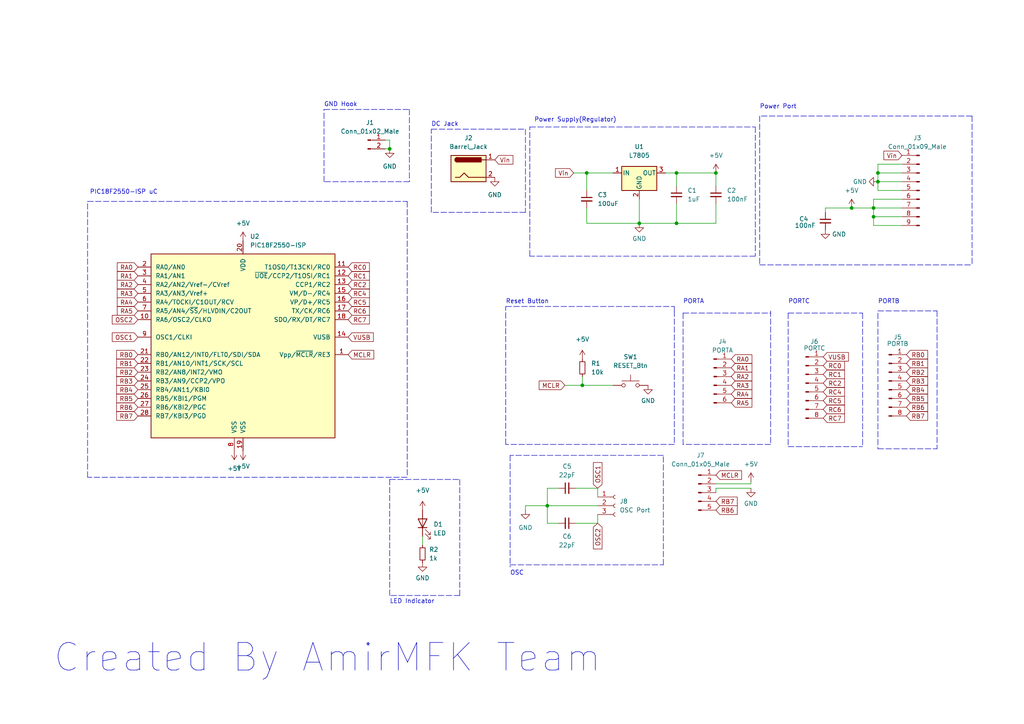
<source format=kicad_sch>
(kicad_sch (version 20211123) (generator eeschema)
  (paper "A4")
  (title_block (title "PIC Microcontroller Board") (company "AmirMFK Team"))
  (lib_symbols
    (symbol "Connector:Barrel_Jack" (pin_names (offset 1.016))
      (property "Reference" "J" (at 0 5.334 0))
      (property "Value" "Barrel_Jack" (at 0 -5.08 0))
      (symbol "Barrel_Jack_0_1"
        (rectangle (start -5.08 3.81) (end 5.08 -3.81) (stroke (width 0.254)) (fill (type background)))
        (arc (start -3.302 3.175) (mid -3.937 2.54) (end -3.302 1.905) (stroke (width 0.254)))
        (arc (start -3.302 3.175) (mid -3.937 2.54) (end -3.302 1.905) (stroke (width 0.254)) (fill (type outline)))
        (polyline (pts (xy 5.08 2.54) (xy 3.81 2.54)) (stroke (width 0.254)))
        (polyline (pts (xy -3.81 -2.54) (xy -2.54 -2.54) (xy -1.27 -1.27) (xy 0 -2.54) (xy 2.54 -2.54) (xy 5.08 -2.54)) (stroke (width 0.254)))
        (rectangle (start 3.683 3.175) (end -3.302 1.905) (stroke (width 0.254)) (fill (type outline)))
      )
      (symbol "Barrel_Jack_1_1"
        (pin passive line (at 7.62 2.54 180) (length 2.54) (name "~") (number "1"))
        (pin passive line (at 7.62 -2.54 180) (length 2.54) (name "~") (number "2"))
      )
    )
    (symbol "Connector:Conn_01x02_Male" (pin_names (offset 1.016) hide)
      (property "Reference" "J" (at 0 2.54 0))
      (property "Value" "Conn_01x02_Male" (at 0 -5.08 0))
      (symbol "Conn_01x02_Male_1_1"
        (polyline (pts (xy 1.27 -2.54) (xy 0.8636 -2.54)) (stroke (width 0.1524)))
        (polyline (pts (xy 1.27 0) (xy 0.8636 0)) (stroke (width 0.1524)))
        (rectangle (start 0.8636 -2.413) (end 0 -2.667) (stroke (width 0.1524)) (fill (type outline)))
        (rectangle (start 0.8636 0.127) (end 0 -0.127) (stroke (width 0.1524)) (fill (type outline)))
        (pin passive line (at 5.08 0 180) (length 3.81) (name "Pin_1") (number "1"))
        (pin passive line (at 5.08 -2.54 180) (length 3.81) (name "Pin_2") (number "2"))
      )
    )
    (symbol "Connector:Conn_01x03_Female" (pin_names (offset 1.016) hide)
      (property "Reference" "J" (at 0 5.08 0))
      (property "Value" "Conn_01x03_Female" (at 0 -5.08 0))
      (symbol "Conn_01x03_Female_1_1"
        (arc (start 0 -2.032) (mid -0.508 -2.54) (end 0 -3.048) (stroke (width 0.1524)))
        (polyline (pts (xy -1.27 -2.54) (xy -0.508 -2.54)) (stroke (width 0.1524)))
        (polyline (pts (xy -1.27 0) (xy -0.508 0)) (stroke (width 0.1524)))
        (polyline (pts (xy -1.27 2.54) (xy -0.508 2.54)) (stroke (width 0.1524)))
        (arc (start 0 0.508) (mid -0.508 0) (end 0 -0.508) (stroke (width 0.1524)))
        (arc (start 0 3.048) (mid -0.508 2.54) (end 0 2.032) (stroke (width 0.1524)))
        (pin passive line (at -5.08 2.54 0) (length 3.81) (name "Pin_1") (number "1"))
        (pin passive line (at -5.08 0 0) (length 3.81) (name "Pin_2") (number "2"))
        (pin passive line (at -5.08 -2.54 0) (length 3.81) (name "Pin_3") (number "3"))
      )
    )
    (symbol "Connector:Conn_01x05_Male" (pin_names (offset 1.016) hide)
      (property "Reference" "J" (at 0 7.62 0))
      (property "Value" "Conn_01x05_Male" (at 0 -7.62 0))
      (symbol "Conn_01x05_Male_1_1"
        (polyline (pts (xy 1.27 -5.08) (xy 0.8636 -5.08)) (stroke (width 0.1524)))
        (polyline (pts (xy 1.27 -2.54) (xy 0.8636 -2.54)) (stroke (width 0.1524)))
        (polyline (pts (xy 1.27 0) (xy 0.8636 0)) (stroke (width 0.1524)))
        (polyline (pts (xy 1.27 2.54) (xy 0.8636 2.54)) (stroke (width 0.1524)))
        (polyline (pts (xy 1.27 5.08) (xy 0.8636 5.08)) (stroke (width 0.1524)))
        (rectangle (start 0.8636 -4.953) (end 0 -5.207) (stroke (width 0.1524)) (fill (type outline)))
        (rectangle (start 0.8636 -2.413) (end 0 -2.667) (stroke (width 0.1524)) (fill (type outline)))
        (rectangle (start 0.8636 0.127) (end 0 -0.127) (stroke (width 0.1524)) (fill (type outline)))
        (rectangle (start 0.8636 2.667) (end 0 2.413) (stroke (width 0.1524)) (fill (type outline)))
        (rectangle (start 0.8636 5.207) (end 0 4.953) (stroke (width 0.1524)) (fill (type outline)))
        (pin passive line (at 5.08 5.08 180) (length 3.81) (name "Pin_1") (number "1"))
        (pin passive line (at 5.08 2.54 180) (length 3.81) (name "Pin_2") (number "2"))
        (pin passive line (at 5.08 0 180) (length 3.81) (name "Pin_3") (number "3"))
        (pin passive line (at 5.08 -2.54 180) (length 3.81) (name "Pin_4") (number "4"))
        (pin passive line (at 5.08 -5.08 180) (length 3.81) (name "Pin_5") (number "5"))
      )
    )
    (symbol "Connector:Conn_01x06_Male" (pin_names (offset 1.016) hide)
      (property "Reference" "J" (at 0 7.62 0))
      (property "Value" "Conn_01x06_Male" (at 0 -10.16 0))
      (symbol "Conn_01x06_Male_1_1"
        (polyline (pts (xy 1.27 -7.62) (xy 0.8636 -7.62)) (stroke (width 0.1524)))
        (polyline (pts (xy 1.27 -5.08) (xy 0.8636 -5.08)) (stroke (width 0.1524)))
        (polyline (pts (xy 1.27 -2.54) (xy 0.8636 -2.54)) (stroke (width 0.1524)))
        (polyline (pts (xy 1.27 0) (xy 0.8636 0)) (stroke (width 0.1524)))
        (polyline (pts (xy 1.27 2.54) (xy 0.8636 2.54)) (stroke (width 0.1524)))
        (polyline (pts (xy 1.27 5.08) (xy 0.8636 5.08)) (stroke (width 0.1524)))
        (rectangle (start 0.8636 -7.493) (end 0 -7.747) (stroke (width 0.1524)) (fill (type outline)))
        (rectangle (start 0.8636 -4.953) (end 0 -5.207) (stroke (width 0.1524)) (fill (type outline)))
        (rectangle (start 0.8636 -2.413) (end 0 -2.667) (stroke (width 0.1524)) (fill (type outline)))
        (rectangle (start 0.8636 0.127) (end 0 -0.127) (stroke (width 0.1524)) (fill (type outline)))
        (rectangle (start 0.8636 2.667) (end 0 2.413) (stroke (width 0.1524)) (fill (type outline)))
        (rectangle (start 0.8636 5.207) (end 0 4.953) (stroke (width 0.1524)) (fill (type outline)))
        (pin passive line (at 5.08 5.08 180) (length 3.81) (name "Pin_1") (number "1"))
        (pin passive line (at 5.08 2.54 180) (length 3.81) (name "Pin_2") (number "2"))
        (pin passive line (at 5.08 0 180) (length 3.81) (name "Pin_3") (number "3"))
        (pin passive line (at 5.08 -2.54 180) (length 3.81) (name "Pin_4") (number "4"))
        (pin passive line (at 5.08 -5.08 180) (length 3.81) (name "Pin_5") (number "5"))
        (pin passive line (at 5.08 -7.62 180) (length 3.81) (name "Pin_6") (number "6"))
      )
    )
    (symbol "Connector:Conn_01x08_Male" (pin_names (offset 1.016) hide)
      (property "Reference" "J" (at 0 10.16 0))
      (property "Value" "Conn_01x08_Male" (at 0 -12.7 0))
      (symbol "Conn_01x08_Male_1_1"
        (polyline (pts (xy 1.27 -10.16) (xy 0.8636 -10.16)) (stroke (width 0.1524)))
        (polyline (pts (xy 1.27 -7.62) (xy 0.8636 -7.62)) (stroke (width 0.1524)))
        (polyline (pts (xy 1.27 -5.08) (xy 0.8636 -5.08)) (stroke (width 0.1524)))
        (polyline (pts (xy 1.27 -2.54) (xy 0.8636 -2.54)) (stroke (width 0.1524)))
        (polyline (pts (xy 1.27 0) (xy 0.8636 0)) (stroke (width 0.1524)))
        (polyline (pts (xy 1.27 2.54) (xy 0.8636 2.54)) (stroke (width 0.1524)))
        (polyline (pts (xy 1.27 5.08) (xy 0.8636 5.08)) (stroke (width 0.1524)))
        (polyline (pts (xy 1.27 7.62) (xy 0.8636 7.62)) (stroke (width 0.1524)))
        (rectangle (start 0.8636 -10.033) (end 0 -10.287) (stroke (width 0.1524)) (fill (type outline)))
        (rectangle (start 0.8636 -7.493) (end 0 -7.747) (stroke (width 0.1524)) (fill (type outline)))
        (rectangle (start 0.8636 -4.953) (end 0 -5.207) (stroke (width 0.1524)) (fill (type outline)))
        (rectangle (start 0.8636 -2.413) (end 0 -2.667) (stroke (width 0.1524)) (fill (type outline)))
        (rectangle (start 0.8636 0.127) (end 0 -0.127) (stroke (width 0.1524)) (fill (type outline)))
        (rectangle (start 0.8636 2.667) (end 0 2.413) (stroke (width 0.1524)) (fill (type outline)))
        (rectangle (start 0.8636 5.207) (end 0 4.953) (stroke (width 0.1524)) (fill (type outline)))
        (rectangle (start 0.8636 7.747) (end 0 7.493) (stroke (width 0.1524)) (fill (type outline)))
        (pin passive line (at 5.08 7.62 180) (length 3.81) (name "Pin_1") (number "1"))
        (pin passive line (at 5.08 5.08 180) (length 3.81) (name "Pin_2") (number "2"))
        (pin passive line (at 5.08 2.54 180) (length 3.81) (name "Pin_3") (number "3"))
        (pin passive line (at 5.08 0 180) (length 3.81) (name "Pin_4") (number "4"))
        (pin passive line (at 5.08 -2.54 180) (length 3.81) (name "Pin_5") (number "5"))
        (pin passive line (at 5.08 -5.08 180) (length 3.81) (name "Pin_6") (number "6"))
        (pin passive line (at 5.08 -7.62 180) (length 3.81) (name "Pin_7") (number "7"))
        (pin passive line (at 5.08 -10.16 180) (length 3.81) (name "Pin_8") (number "8"))
      )
    )
    (symbol "Connector:Conn_01x09_Male" (pin_names (offset 1.016) hide)
      (property "Reference" "J" (at 0 12.7 0))
      (property "Value" "Conn_01x09_Male" (at 0 -12.7 0))
      (symbol "Conn_01x09_Male_1_1"
        (polyline (pts (xy 1.27 -10.16) (xy 0.8636 -10.16)) (stroke (width 0.1524)))
        (polyline (pts (xy 1.27 -7.62) (xy 0.8636 -7.62)) (stroke (width 0.1524)))
        (polyline (pts (xy 1.27 -5.08) (xy 0.8636 -5.08)) (stroke (width 0.1524)))
        (polyline (pts (xy 1.27 -2.54) (xy 0.8636 -2.54)) (stroke (width 0.1524)))
        (polyline (pts (xy 1.27 0) (xy 0.8636 0)) (stroke (width 0.1524)))
        (polyline (pts (xy 1.27 2.54) (xy 0.8636 2.54)) (stroke (width 0.1524)))
        (polyline (pts (xy 1.27 5.08) (xy 0.8636 5.08)) (stroke (width 0.1524)))
        (polyline (pts (xy 1.27 7.62) (xy 0.8636 7.62)) (stroke (width 0.1524)))
        (polyline (pts (xy 1.27 10.16) (xy 0.8636 10.16)) (stroke (width 0.1524)))
        (rectangle (start 0.8636 -10.033) (end 0 -10.287) (stroke (width 0.1524)) (fill (type outline)))
        (rectangle (start 0.8636 -7.493) (end 0 -7.747) (stroke (width 0.1524)) (fill (type outline)))
        (rectangle (start 0.8636 -4.953) (end 0 -5.207) (stroke (width 0.1524)) (fill (type outline)))
        (rectangle (start 0.8636 -2.413) (end 0 -2.667) (stroke (width 0.1524)) (fill (type outline)))
        (rectangle (start 0.8636 0.127) (end 0 -0.127) (stroke (width 0.1524)) (fill (type outline)))
        (rectangle (start 0.8636 2.667) (end 0 2.413) (stroke (width 0.1524)) (fill (type outline)))
        (rectangle (start 0.8636 5.207) (end 0 4.953) (stroke (width 0.1524)) (fill (type outline)))
        (rectangle (start 0.8636 7.747) (end 0 7.493) (stroke (width 0.1524)) (fill (type outline)))
        (rectangle (start 0.8636 10.287) (end 0 10.033) (stroke (width 0.1524)) (fill (type outline)))
        (pin passive line (at 5.08 10.16 180) (length 3.81) (name "Pin_1") (number "1"))
        (pin passive line (at 5.08 7.62 180) (length 3.81) (name "Pin_2") (number "2"))
        (pin passive line (at 5.08 5.08 180) (length 3.81) (name "Pin_3") (number "3"))
        (pin passive line (at 5.08 2.54 180) (length 3.81) (name "Pin_4") (number "4"))
        (pin passive line (at 5.08 0 180) (length 3.81) (name "Pin_5") (number "5"))
        (pin passive line (at 5.08 -2.54 180) (length 3.81) (name "Pin_6") (number "6"))
        (pin passive line (at 5.08 -5.08 180) (length 3.81) (name "Pin_7") (number "7"))
        (pin passive line (at 5.08 -7.62 180) (length 3.81) (name "Pin_8") (number "8"))
        (pin passive line (at 5.08 -10.16 180) (length 3.81) (name "Pin_9") (number "9"))
      )
    )
    (symbol "Device:C_Small" (pin_numbers hide) (pin_names (offset 0.254) hide)
      (property "Reference" "C" (at 0.254 1.778 0))
      (property "Value" "C_Small" (at 0.254 -2.032 0))
      (symbol "C_Small_0_1"
        (polyline (pts (xy -1.524 -0.508) (xy 1.524 -0.508)) (stroke (width 0.3302)))
        (polyline (pts (xy -1.524 0.508) (xy 1.524 0.508)) (stroke (width 0.3048)))
      )
      (symbol "C_Small_1_1"
        (pin passive line (at 0 2.54 270) (length 2.032) (name "~") (number "1"))
        (pin passive line (at 0 -2.54 90) (length 2.032) (name "~") (number "2"))
      )
    )
    (symbol "Device:LED" (pin_numbers hide) (pin_names (offset 1.016) hide)
      (property "Reference" "D" (at 0 2.54 0))
      (property "Value" "LED" (at 0 -2.54 0))
      (symbol "LED_0_1"
        (polyline (pts (xy -1.27 -1.27) (xy -1.27 1.27)) (stroke (width 0.254)))
        (polyline (pts (xy -1.27 0) (xy 1.27 0)))
        (polyline (pts (xy 1.27 -1.27) (xy 1.27 1.27) (xy -1.27 0) (xy 1.27 -1.27)) (stroke (width 0.254)))
        (polyline (pts (xy -3.048 -0.762) (xy -4.572 -2.286) (xy -3.81 -2.286) (xy -4.572 -2.286) (xy -4.572 -1.524)))
        (polyline (pts (xy -1.778 -0.762) (xy -3.302 -2.286) (xy -2.54 -2.286) (xy -3.302 -2.286) (xy -3.302 -1.524)))
      )
      (symbol "LED_1_1"
        (pin passive line (at -3.81 0 0) (length 2.54) (name "K") (number "1"))
        (pin passive line (at 3.81 0 180) (length 2.54) (name "A") (number "2"))
      )
    )
    (symbol "Device:R_Small" (pin_numbers hide) (pin_names (offset 0.254) hide)
      (property "Reference" "R" (at 0.762 0.508 0))
      (property "Value" "R_Small" (at 0.762 -1.016 0))
      (symbol "R_Small_0_1"
        (rectangle (start -0.762 1.778) (end 0.762 -1.778) (stroke (width 0.2032)))
      )
      (symbol "R_Small_1_1"
        (pin passive line (at 0 2.54 270) (length 0.762) (name "~") (number "1"))
        (pin passive line (at 0 -2.54 90) (length 0.762) (name "~") (number "2"))
      )
    )
    (symbol "MCU_Microchip_PIC18:PIC18F2550-ISP" (pin_names (offset 1.27))
      (property "Reference" "U" (at -25.4 27.94 0))
      (property "Value" "PIC18F2550-ISP" (at 16.51 -27.94 0))
      (symbol "PIC18F2550-ISP_0_1"
        (rectangle (start -26.67 26.67) (end 26.67 -26.67) (stroke (width 0.254)) (fill (type background)))
      )
      (symbol "PIC18F2550-ISP_1_1"
        (pin input line (at 30.48 -2.54 180) (length 3.81) (name "Vpp/~{MCLR}/RE3") (number "1"))
        (pin output line (at -30.48 7.62 0) (length 3.81) (name "RA6/OSC2/CLKO") (number "10"))
        (pin bidirectional line (at 30.48 22.86 180) (length 3.81) (name "T1OSO/T13CKI/RC0") (number "11"))
        (pin bidirectional line (at 30.48 20.32 180) (length 3.81) (name "~{UOE}/CCP2/T1OSI/RC1") (number "12"))
        (pin bidirectional line (at 30.48 17.78 180) (length 3.81) (name "CCP1/RC2") (number "13"))
        (pin bidirectional line (at 30.48 2.54 180) (length 3.81) (name "VUSB") (number "14"))
        (pin bidirectional line (at 30.48 15.24 180) (length 3.81) (name "VM/D-/RC4") (number "15"))
        (pin bidirectional line (at 30.48 12.7 180) (length 3.81) (name "VP/D+/RC5") (number "16"))
        (pin bidirectional line (at 30.48 10.16 180) (length 3.81) (name "TX/CK/RC6") (number "17"))
        (pin bidirectional line (at 30.48 7.62 180) (length 3.81) (name "SDO/RX/DT/RC7") (number "18"))
        (pin power_in line (at 0 -30.48 90) (length 3.81) (name "VSS") (number "19"))
        (pin bidirectional line (at -30.48 22.86 0) (length 3.81) (name "RA0/AN0") (number "2"))
        (pin power_in line (at 0 30.48 270) (length 3.81) (name "VDD") (number "20"))
        (pin bidirectional line (at -30.48 -2.54 0) (length 3.81) (name "RB0/AN12/INT0/FLT0/SDI/SDA") (number "21"))
        (pin bidirectional line (at -30.48 -5.08 0) (length 3.81) (name "RB1/AN10/INT1/SCK/SCL") (number "22"))
        (pin bidirectional line (at -30.48 -7.62 0) (length 3.81) (name "RB2/AN8/INT2/VMO") (number "23"))
        (pin bidirectional line (at -30.48 -10.16 0) (length 3.81) (name "RB3/AN9/CCP2/VPO") (number "24"))
        (pin bidirectional line (at -30.48 -12.7 0) (length 3.81) (name "RB4/AN11/KBI0") (number "25"))
        (pin bidirectional line (at -30.48 -15.24 0) (length 3.81) (name "RB5/KBI1/PGM") (number "26"))
        (pin bidirectional line (at -30.48 -17.78 0) (length 3.81) (name "RB6/KBI2/PGC") (number "27"))
        (pin bidirectional line (at -30.48 -20.32 0) (length 3.81) (name "RB7/KBI3/PGD") (number "28"))
        (pin bidirectional line (at -30.48 20.32 0) (length 3.81) (name "RA1/AN1") (number "3"))
        (pin bidirectional line (at -30.48 17.78 0) (length 3.81) (name "RA2/AN2/Vref-/CVref") (number "4"))
        (pin bidirectional line (at -30.48 15.24 0) (length 3.81) (name "RA3/AN3/Vref+") (number "5"))
        (pin bidirectional line (at -30.48 12.7 0) (length 3.81) (name "RA4/T0CKI/C1OUT/RCV") (number "6"))
        (pin bidirectional line (at -30.48 10.16 0) (length 3.81) (name "RA5/AN4/~{SS}/HLVDIN/C2OUT") (number "7"))
        (pin power_in line (at -2.54 -30.48 90) (length 3.81) (name "VSS") (number "8"))
        (pin input line (at -30.48 2.54 0) (length 3.81) (name "OSC1/CLKI") (number "9"))
      )
    )
    (symbol "Regulator_Linear:L7805" (pin_names (offset 0.254))
      (property "Reference" "U" (at -3.81 3.175 0))
      (property "Value" "L7805" (at 0 3.175 0))
      (symbol "L7805_0_1"
        (rectangle (start -5.08 1.905) (end 5.08 -5.08) (stroke (width 0.254)) (fill (type background)))
      )
      (symbol "L7805_1_1"
        (pin power_in line (at -7.62 0 0) (length 2.54) (name "IN") (number "1"))
        (pin power_in line (at 0 -7.62 90) (length 2.54) (name "GND") (number "2"))
        (pin power_out line (at 7.62 0 180) (length 2.54) (name "OUT") (number "3"))
      )
    )
    (symbol "Switch:SW_Push" (pin_numbers hide) (pin_names (offset 1.016) hide)
      (property "Reference" "SW" (at 1.27 2.54 0))
      (property "Value" "SW_Push" (at 0 -1.524 0))
      (symbol "SW_Push_0_1"
        (circle (center -2.032 0) (radius 0.508))
        (polyline (pts (xy 0 1.27) (xy 0 3.048)))
        (polyline (pts (xy 2.54 1.27) (xy -2.54 1.27)))
        (circle (center 2.032 0) (radius 0.508))
        (pin passive line (at -5.08 0 0) (length 2.54) (name "1") (number "1"))
        (pin passive line (at 5.08 0 180) (length 2.54) (name "2") (number "2"))
      )
    )
    (symbol "power:+5V" (power) (pin_names (offset 0))
      (property "Value" "+5V" (at 0 3.556 0))
      (symbol "+5V_0_1"
        (polyline (pts (xy -0.762 1.27) (xy 0 2.54)))
        (polyline (pts (xy 0 0) (xy 0 2.54)))
        (polyline (pts (xy 0 2.54) (xy 0.762 1.27)))
      )
      (symbol "+5V_1_1"
        (pin power_in line (at 0 0 90) (length 0) hide (name "+5V") (number "1"))
      )
    )
    (symbol "power:GND" (power) (pin_names (offset 0))
      (property "Value" "GND" (at 0 -3.81 0))
      (symbol "GND_0_1"
        (polyline (pts (xy 0 0) (xy 0 -1.27) (xy 1.27 -1.27) (xy 0 -2.54) (xy -1.27 -1.27) (xy 0 -1.27)))
      )
      (symbol "GND_1_1"
        (pin power_in line (at 0 0 270) (length 0) hide (name "GND") (number "1"))
      )
    )
  )
  (junction (at 113.03 43.18))
  (junction (at 196.215 50.165))
  (junction (at 254.635 52.705))
  (junction (at 254.635 50.165))
  (junction (at 168.91 111.76))
  (junction (at 170.18 50.165))
  (junction (at 253.365 60.325))
  (junction (at 247.015 60.325))
  (junction (at 207.645 50.165))
  (junction (at 253.365 62.865))
  (junction (at 185.42 64.77))
  (junction (at 158.75 146.685))
  (junction (at 196.215 64.77))
  (wire (pts (xy 113.03 40.64) (xy 113.03 43.18)))
  (wire (pts (xy 173.355 141.605) (xy 167.005 141.605)))
  (wire (pts (xy 196.215 50.165) (xy 193.04 50.165)))
  (polyline (pts (xy 220.345 33.655) (xy 220.345 76.835)))
  (wire (pts (xy 253.365 65.405) (xy 253.365 62.865)))
  (polyline (pts (xy 118.745 31.75) (xy 118.745 52.705)))
  (wire (pts (xy 239.395 61.595) (xy 239.395 60.325)))
  (wire (pts (xy 166.37 50.165) (xy 170.18 50.165)))
  (polyline (pts (xy 228.6 90.805) (xy 228.6 129.54)))
  (polyline (pts (xy 113.03 172.72) (xy 113.03 139.065)))
  (wire (pts (xy 254.635 52.705) (xy 261.62 52.705)))
  (wire (pts (xy 170.18 50.165) (xy 177.8 50.165)))
  (wire (pts (xy 217.805 141.605) (xy 207.645 141.605)))
  (wire (pts (xy 254.635 52.705) (xy 254.635 55.245)))
  (polyline (pts (xy 228.6 129.54) (xy 250.19 129.54)))
  (wire (pts (xy 111.76 40.64) (xy 113.03 40.64)))
  (wire (pts (xy 247.015 60.325) (xy 253.365 60.325)))
  (wire (pts (xy 261.62 62.865) (xy 253.365 62.865)))
  (polyline (pts (xy 25.4 138.43) (xy 25.4 58.42)))
  (polyline (pts (xy 25.4 58.42) (xy 118.11 58.42)))
  (wire (pts (xy 261.62 50.165) (xy 254.635 50.165)))
  (wire (pts (xy 111.76 43.18) (xy 113.03 43.18)))
  (polyline (pts (xy 125.095 37.465) (xy 152.4 37.465)))
  (wire (pts (xy 254.635 47.625) (xy 261.62 47.625)))
  (wire (pts (xy 196.215 59.055) (xy 196.215 64.77)))
  (wire (pts (xy 254.635 47.625) (xy 254.635 50.165)))
  (polyline (pts (xy 254.635 90.805) (xy 254.635 130.175)))
  (wire (pts (xy 158.75 141.605) (xy 158.75 146.685)))
  (polyline (pts (xy 192.405 163.83) (xy 192.405 132.08)))
  (wire (pts (xy 170.18 60.325) (xy 170.18 64.77)))
  (wire (pts (xy 173.355 151.765) (xy 167.005 151.765)))
  (wire (pts (xy 207.645 53.975) (xy 207.645 50.165)))
  (polyline (pts (xy 146.685 128.905) (xy 146.685 88.9)))
  (wire (pts (xy 196.215 64.77) (xy 207.645 64.77)))
  (polyline (pts (xy 198.12 90.805) (xy 223.52 90.805)))
  (wire (pts (xy 161.925 141.605) (xy 158.75 141.605)))
  (wire (pts (xy 185.42 64.77) (xy 196.215 64.77)))
  (wire (pts (xy 253.365 60.325) (xy 261.62 60.325)))
  (polyline (pts (xy 281.94 33.655) (xy 220.345 33.655)))
  (wire (pts (xy 239.395 60.325) (xy 247.015 60.325)))
  (polyline (pts (xy 271.78 90.17) (xy 271.78 130.175)))
  (polyline (pts (xy 281.94 33.655) (xy 281.94 76.835)))
  (polyline (pts (xy 220.345 76.835) (xy 281.94 76.835)))
  (polyline (pts (xy 113.03 139.065) (xy 133.35 139.065)))
  (wire (pts (xy 253.365 57.785) (xy 253.365 60.325)))
  (polyline (pts (xy 195.58 88.9) (xy 195.58 90.17)))
  (polyline (pts (xy 153.67 74.295) (xy 153.67 36.83)))
  (polyline (pts (xy 219.075 36.83) (xy 219.075 74.295)))
  (polyline (pts (xy 118.11 138.43) (xy 25.4 138.43)))
  (polyline (pts (xy 118.745 52.705) (xy 93.98 52.705)))
  (wire (pts (xy 253.365 60.325) (xy 253.365 62.865)))
  (polyline (pts (xy 146.685 88.9) (xy 195.58 88.9)))
  (wire (pts (xy 152.4 146.685) (xy 158.75 146.685)))
  (polyline (pts (xy 93.98 52.705) (xy 93.98 31.75)))
  (polyline (pts (xy 195.58 128.905) (xy 146.685 128.905)))
  (wire (pts (xy 152.4 147.955) (xy 152.4 146.685)))
  (wire (pts (xy 122.555 155.575) (xy 122.555 158.115)))
  (wire (pts (xy 254.635 50.165) (xy 254.635 52.705)))
  (polyline (pts (xy 181.61 36.83) (xy 219.075 36.83)))
  (polyline (pts (xy 223.52 90.17) (xy 223.52 128.905)))
  (polyline (pts (xy 192.405 132.08) (xy 147.955 132.08)))
  (wire (pts (xy 173.355 149.225) (xy 173.355 151.765)))
  (wire (pts (xy 158.75 146.685) (xy 173.355 146.685)))
  (wire (pts (xy 217.805 140.335) (xy 217.805 139.7)))
  (wire (pts (xy 207.645 59.055) (xy 207.645 64.77)))
  (wire (pts (xy 261.62 57.785) (xy 253.365 57.785)))
  (wire (pts (xy 168.91 111.76) (xy 177.8 111.76)))
  (wire (pts (xy 207.645 141.605) (xy 207.645 142.875)))
  (polyline (pts (xy 152.4 37.465) (xy 152.4 61.595)))
  (polyline (pts (xy 125.095 61.595) (xy 125.095 37.465)))
  (wire (pts (xy 168.91 111.76) (xy 168.91 109.22)))
  (polyline (pts (xy 147.955 132.08) (xy 147.955 164.465)))
  (wire (pts (xy 196.215 53.975) (xy 196.215 50.165)))
  (wire (pts (xy 158.75 151.765) (xy 161.925 151.765)))
  (wire (pts (xy 207.645 50.165) (xy 196.215 50.165)))
  (wire (pts (xy 158.75 146.685) (xy 158.75 151.765)))
  (polyline (pts (xy 195.58 90.17) (xy 195.58 128.905)))
  (polyline (pts (xy 228.6 90.805) (xy 250.19 90.805)))
  (polyline (pts (xy 147.955 163.83) (xy 192.405 163.83)))
  (polyline (pts (xy 133.35 172.72) (xy 113.03 172.72)))
  (wire (pts (xy 173.355 144.145) (xy 173.355 141.605)))
  (polyline (pts (xy 93.98 31.75) (xy 118.745 31.75)))
  (wire (pts (xy 253.365 65.405) (xy 261.62 65.405)))
  (polyline (pts (xy 254.635 130.175) (xy 271.78 130.175)))
  (polyline (pts (xy 254.635 90.17) (xy 271.78 90.17)))
  (wire (pts (xy 170.18 64.77) (xy 185.42 64.77)))
  (polyline (pts (xy 250.19 90.805) (xy 250.19 129.54)))
  (wire (pts (xy 163.83 111.76) (xy 168.91 111.76)))
  (polyline (pts (xy 153.67 36.83) (xy 181.61 36.83)))
  (polyline (pts (xy 223.52 128.905) (xy 198.12 128.905)))
  (polyline (pts (xy 133.35 139.065) (xy 133.35 172.72)))
  (wire (pts (xy 261.62 55.245) (xy 254.635 55.245)))
  (polyline (pts (xy 219.075 74.295) (xy 153.67 74.295)))
  (polyline (pts (xy 118.11 58.42) (xy 118.11 137.795)))
  (wire (pts (xy 185.42 57.785) (xy 185.42 64.77)))
  (wire (pts (xy 170.18 50.165) (xy 170.18 55.245)))
  (wire (pts (xy 207.645 140.335) (xy 217.805 140.335)))
  (polyline (pts (xy 198.12 90.805) (xy 198.12 128.905)))
  (polyline (pts (xy 152.4 61.595) (xy 125.095 61.595)))
  (text "PORTB\n" (at 254.635 88.265 0) (effects (font (size 1.27 1.27)) (justify left bottom)))
  (text "Power Port\n" (at 220.345 31.75 0) (effects (font (size 1.27 1.27)) (justify left bottom)))
  (text "PIC18F2550-ISP uC" (at 26.035 56.515 0) (effects (font (size 1.27 1.27)) (justify left bottom)))
  (text "DC Jack" (at 125.095 36.83 0) (effects (font (size 1.27 1.27)) (justify left bottom)))
  (text "PORTA" (at 198.12 88.265 0) (effects (font (size 1.27 1.27)) (justify left bottom)))
  (text "GND Hook\n" (at 93.98 31.115 0) (effects (font (size 1.27 1.27)) (justify left bottom)))
  (text "Reset Button\n" (at 146.685 88.265 0) (effects (font (size 1.27 1.27)) (justify left bottom)))
  (text "Created By AmirMFK Team \n" (at 15.24 195.58 0) (effects (font (size 8 8)) (justify left bottom)))
  (text "PORTC\n" (at 228.6 88.265 0) (effects (font (size 1.27 1.27)) (justify left bottom)))
  (text "Power Supply(Regulator)" (at 154.94 35.56 0) (effects (font (size 1.27 1.27)) (justify left bottom)))
  (text "OSC\n" (at 147.955 167.005 0) (effects (font (size 1.27 1.27)) (justify left bottom)))
  (text "LED Indicator\n" (at 113.03 175.26 0) (effects (font (size 1.27 1.27)) (justify left bottom)))
  (global_label "Vin" (shape input) (at 261.62 45.085 180) (property "Intersheet References" "${INTERSHEET_REFS}" (effects hide)))
  (global_label "RB5" (shape input) (at 40.005 115.57 180) (property "Intersheet References" "${INTERSHEET_REFS}" (effects hide)))
  (global_label "RB1" (shape input) (at 262.89 105.41 0) (property "Intersheet References" "${INTERSHEET_REFS}" (effects hide)))
  (global_label "RC7" (shape input) (at 100.965 92.71 0) (property "Intersheet References" "${INTERSHEET_REFS}" (effects hide)))
  (global_label "RC2" (shape input) (at 238.76 111.125 0) (property "Intersheet References" "${INTERSHEET_REFS}" (effects hide)))
  (global_label "RB0" (shape input) (at 40.005 102.87 180) (property "Intersheet References" "${INTERSHEET_REFS}" (effects hide)))
  (global_label "OSC2" (shape input) (at 173.355 151.765 270) (property "Intersheet References" "${INTERSHEET_REFS}" (effects hide)))
  (global_label "RA2" (shape input) (at 40.005 82.55 180) (property "Intersheet References" "${INTERSHEET_REFS}" (effects hide)))
  (global_label "RC1" (shape input) (at 238.76 108.585 0) (property "Intersheet References" "${INTERSHEET_REFS}" (effects hide)))
  (global_label "RB7" (shape input) (at 207.645 145.415 0) (property "Intersheet References" "${INTERSHEET_REFS}" (effects hide)))
  (global_label "RA3" (shape input) (at 212.09 111.76 0) (property "Intersheet References" "${INTERSHEET_REFS}" (effects hide)))
  (global_label "RA1" (shape input) (at 212.09 106.68 0) (property "Intersheet References" "${INTERSHEET_REFS}" (effects hide)))
  (global_label "RB1" (shape input) (at 40.005 105.41 180) (property "Intersheet References" "${INTERSHEET_REFS}" (effects hide)))
  (global_label "RC7" (shape input) (at 238.76 121.285 0) (property "Intersheet References" "${INTERSHEET_REFS}" (effects hide)))
  (global_label "RB7" (shape input) (at 40.005 120.65 180) (property "Intersheet References" "${INTERSHEET_REFS}" (effects hide)))
  (global_label "RC4" (shape input) (at 238.76 113.665 0) (property "Intersheet References" "${INTERSHEET_REFS}" (effects hide)))
  (global_label "MCLR" (shape input) (at 100.965 102.87 0) (property "Intersheet References" "${INTERSHEET_REFS}" (effects hide)))
  (global_label "Vin" (shape input) (at 166.37 50.165 180) (property "Intersheet References" "${INTERSHEET_REFS}" (effects hide)))
  (global_label "RB0" (shape input) (at 262.89 102.87 0) (property "Intersheet References" "${INTERSHEET_REFS}" (effects hide)))
  (global_label "RA3" (shape input) (at 40.005 85.09 180) (property "Intersheet References" "${INTERSHEET_REFS}" (effects hide)))
  (global_label "RB2" (shape input) (at 40.005 107.95 180) (property "Intersheet References" "${INTERSHEET_REFS}" (effects hide)))
  (global_label "RB7" (shape input) (at 262.89 120.65 0) (property "Intersheet References" "${INTERSHEET_REFS}" (effects hide)))
  (global_label "RA4" (shape input) (at 212.09 114.3 0) (property "Intersheet References" "${INTERSHEET_REFS}" (effects hide)))
  (global_label "Vin" (shape input) (at 143.51 46.355 0) (property "Intersheet References" "${INTERSHEET_REFS}" (effects hide)))
  (global_label "RB4" (shape input) (at 262.89 113.03 0) (property "Intersheet References" "${INTERSHEET_REFS}" (effects hide)))
  (global_label "RA0" (shape input) (at 40.005 77.47 180) (property "Intersheet References" "${INTERSHEET_REFS}" (effects hide)))
  (global_label "OSC1" (shape input) (at 173.355 141.605 90) (property "Intersheet References" "${INTERSHEET_REFS}" (effects hide)))
  (global_label "RB6" (shape input) (at 262.89 118.11 0) (property "Intersheet References" "${INTERSHEET_REFS}" (effects hide)))
  (global_label "RB6" (shape input) (at 40.005 118.11 180) (property "Intersheet References" "${INTERSHEET_REFS}" (effects hide)))
  (global_label "RB3" (shape input) (at 262.89 110.49 0) (property "Intersheet References" "${INTERSHEET_REFS}" (effects hide)))
  (global_label "VUSB" (shape input) (at 100.965 97.79 0) (property "Intersheet References" "${INTERSHEET_REFS}" (effects hide)))
  (global_label "MCLR" (shape input) (at 207.645 137.795 0) (property "Intersheet References" "${INTERSHEET_REFS}" (effects hide)))
  (global_label "VUSB" (shape input) (at 238.76 103.505 0) (property "Intersheet References" "${INTERSHEET_REFS}" (effects hide)))
  (global_label "MCLR" (shape input) (at 163.83 111.76 180) (property "Intersheet References" "${INTERSHEET_REFS}" (effects hide)))
  (global_label "RC6" (shape input) (at 100.965 90.17 0) (property "Intersheet References" "${INTERSHEET_REFS}" (effects hide)))
  (global_label "RA4" (shape input) (at 40.005 87.63 180) (property "Intersheet References" "${INTERSHEET_REFS}" (effects hide)))
  (global_label "RC2" (shape input) (at 100.965 82.55 0) (property "Intersheet References" "${INTERSHEET_REFS}" (effects hide)))
  (global_label "RC5" (shape input) (at 100.965 87.63 0) (property "Intersheet References" "${INTERSHEET_REFS}" (effects hide)))
  (global_label "RC0" (shape input) (at 238.76 106.045 0) (property "Intersheet References" "${INTERSHEET_REFS}" (effects hide)))
  (global_label "RA5" (shape input) (at 40.005 90.17 180) (property "Intersheet References" "${INTERSHEET_REFS}" (effects hide)))
  (global_label "RC1" (shape input) (at 100.965 80.01 0) (property "Intersheet References" "${INTERSHEET_REFS}" (effects hide)))
  (global_label "RA1" (shape input) (at 40.005 80.01 180) (property "Intersheet References" "${INTERSHEET_REFS}" (effects hide)))
  (global_label "RB2" (shape input) (at 262.89 107.95 0) (property "Intersheet References" "${INTERSHEET_REFS}" (effects hide)))
  (global_label "RA5" (shape input) (at 212.09 116.84 0) (property "Intersheet References" "${INTERSHEET_REFS}" (effects hide)))
  (global_label "RC4" (shape input) (at 100.965 85.09 0) (property "Intersheet References" "${INTERSHEET_REFS}" (effects hide)))
  (global_label "RB5" (shape input) (at 262.89 115.57 0) (property "Intersheet References" "${INTERSHEET_REFS}" (effects hide)))
  (global_label "RB3" (shape input) (at 40.005 110.49 180) (property "Intersheet References" "${INTERSHEET_REFS}" (effects hide)))
  (global_label "RB4" (shape input) (at 40.005 113.03 180) (property "Intersheet References" "${INTERSHEET_REFS}" (effects hide)))
  (global_label "OSC2" (shape input) (at 40.005 92.71 180) (property "Intersheet References" "${INTERSHEET_REFS}" (effects hide)))
  (global_label "RB6" (shape input) (at 207.645 147.955 0) (property "Intersheet References" "${INTERSHEET_REFS}" (effects hide)))
  (global_label "RA2" (shape input) (at 212.09 109.22 0) (property "Intersheet References" "${INTERSHEET_REFS}" (effects hide)))
  (global_label "RA0" (shape input) (at 212.09 104.14 0) (property "Intersheet References" "${INTERSHEET_REFS}" (effects hide)))
  (global_label "RC6" (shape input) (at 238.76 118.745 0) (property "Intersheet References" "${INTERSHEET_REFS}" (effects hide)))
  (global_label "OSC1" (shape input) (at 40.005 97.79 180) (property "Intersheet References" "${INTERSHEET_REFS}" (effects hide)))
  (global_label "RC5" (shape input) (at 238.76 116.205 0) (property "Intersheet References" "${INTERSHEET_REFS}" (effects hide)))
  (global_label "RC0" (shape input) (at 100.965 77.47 0) (property "Intersheet References" "${INTERSHEET_REFS}" (effects hide)))
  (symbol (lib_id "power:+5V") (at 122.555 147.955 0) (unit 1)
    (property "Reference" "#PWR016" (effects hide))
    (property "Value" "+5V" (at 122.555 142.24 0))
  )
  (symbol (lib_id "power:GND") (at 217.805 141.605 0) (unit 1)
    (property "Reference" "#PWR014" (effects hide))
    (property "Value" "GND" (at 217.805 146.05 0))
  )
  (symbol (lib_id "power:+5V") (at 217.805 139.7 0) (unit 1)
    (property "Reference" "#PWR013" (effects hide))
    (property "Value" "+5V" (at 217.805 134.62 0))
  )
  (symbol (lib_id "power:GND") (at 122.555 163.195 0) (unit 1)
    (property "Reference" "#PWR017" (effects hide))
    (property "Value" "GND" (at 122.555 167.64 0))
  )
  (symbol (lib_id "Device:C_Small") (at 196.215 56.515 0) (unit 1)
    (property "Reference" "C1" (at 199.39 55.2512 0) (effects (justify left)))
    (property "Value" "1uF" (at 199.39 57.7912 0) (effects (justify left)))
    (property "Footprint" "Capacitor_THT:CP_Radial_D4.0mm_P1.50mm" (effects hide))
  )
  (symbol (lib_id "power:GND") (at 185.42 64.77 0) (unit 1)
    (property "Reference" "#PWR06" (effects hide))
    (property "Value" "GND" (at 185.42 69.215 0))
  )
  (symbol (lib_id "Device:R_Small") (at 122.555 160.655 0) (unit 1)
    (property "Reference" "R2" (at 124.46 159.3849 0) (effects (justify left)))
    (property "Value" "1k" (at 124.46 161.9249 0) (effects (justify left)))
    (property "Footprint" "Resistor_THT:R_Axial_DIN0204_L3.6mm_D1.6mm_P5.08mm_Horizontal" (effects hide))
  )
  (symbol (lib_id "power:+5V") (at 168.91 104.14 0) (unit 1)
    (property "Reference" "#PWR09" (effects hide))
    (property "Value" "+5V" (at 168.91 98.425 0))
  )
  (symbol (lib_id "Device:C_Small") (at 207.645 56.515 0) (unit 1)
    (property "Reference" "C2" (at 210.82 55.2512 0) (effects (justify left)))
    (property "Value" "100nF" (at 210.82 57.7912 0) (effects (justify left)))
    (property "Footprint" "Capacitor_THT:C_Disc_D3.0mm_W1.6mm_P2.50mm" (effects hide))
  )
  (symbol (lib_id "Regulator_Linear:L7805") (at 185.42 50.165 0) (unit 1)
    (property "Reference" "U1" (at 185.42 42.545 0))
    (property "Value" "L7805" (at 185.42 45.085 0))
    (property "Footprint" "Package_TO_SOT_THT:TO-220-2_Vertical" (effects hide))
    (property "Datasheet" "http://www.st.com/content/ccc/resource/technical/document/datasheet/41/4f/b3/b0/12/d4/47/88/CD00000444.pdf/files/CD00000444.pdf/jcr:content/translations/en.CD00000444.pdf" (effects hide))
  )
  (symbol (lib_id "power:GND") (at 113.03 43.18 0) (unit 1)
    (property "Reference" "#PWR01" (effects hide))
    (property "Value" "GND" (at 113.03 48.26 0))
  )
  (symbol (lib_id "Device:C_Small") (at 164.465 141.605 90) (unit 1)
    (property "Reference" "C5" (at 164.4713 135.255 90))
    (property "Value" "22pF" (at 164.4713 137.795 90))
    (property "Footprint" "Capacitor_THT:C_Disc_D3.0mm_W1.6mm_P2.50mm" (effects hide))
  )
  (symbol (lib_id "power:+5V") (at 247.015 60.325 0) (unit 1)
    (property "Reference" "#PWR05" (effects hide))
    (property "Value" "+5V" (at 247.015 55.245 0))
  )
  (symbol (lib_id "Device:C_Small") (at 170.18 57.785 0) (unit 1)
    (property "Reference" "C3" (at 173.355 56.5212 0) (effects (justify left)))
    (property "Value" "100uF" (at 173.355 59.0612 0) (effects (justify left)))
    (property "Footprint" "Capacitor_THT:CP_Radial_D4.0mm_P2.00mm" (effects hide))
  )
  (symbol (lib_id "Connector:Conn_01x05_Male") (at 202.565 142.875 0) (unit 1)
    (property "Reference" "J7" (at 203.2 132.08 0))
    (property "Value" "Conn_01x05_Male" (at 203.2 134.62 0))
    (property "Footprint" "Connector_PinSocket_2.54mm:PinSocket_1x05_P2.54mm_Vertical" (effects hide))
  )
  (symbol (lib_id "Device:C_Small") (at 239.395 64.135 0) (unit 1)
    (property "Reference" "C4" (at 231.775 63.5 0) (effects (justify left)))
    (property "Value" "100nF" (at 230.505 65.405 0) (effects (justify left)))
    (property "Footprint" "Capacitor_THT:C_Disc_D3.0mm_W1.6mm_P2.50mm" (effects hide))
  )
  (symbol (lib_id "Connector:Conn_01x08_Male") (at 257.81 110.49 0) (unit 1)
    (property "Reference" "J5" (at 260.35 97.79 0))
    (property "Value" "PORTB" (at 260.35 99.695 0))
    (property "Footprint" "Connector_PinSocket_2.54mm:PinSocket_1x08_P2.54mm_Vertical" (effects hide))
  )
  (symbol (lib_id "Device:LED") (at 122.555 151.765 90) (unit 1)
    (property "Reference" "D1" (at 125.73 152.0824 90) (effects (justify right)))
    (property "Value" "LED" (at 125.73 154.6224 90) (effects (justify right)))
    (property "Footprint" "LED_THT:LED_D3.0mm" (effects hide))
  )
  (symbol (lib_id "power:GND") (at 152.4 147.955 0) (unit 1)
    (property "Reference" "#PWR015" (effects hide))
    (property "Value" "GND" (at 152.4 153.035 0))
  )
  (symbol (lib_id "Connector:Barrel_Jack") (at 135.89 48.895 0) (unit 1)
    (property "Reference" "J2" (at 135.89 40.005 0))
    (property "Value" "Barrel_Jack" (at 135.89 42.545 0))
    (property "Footprint" "Connector_BarrelJack:BarrelJack_Horizontal" (effects hide))
  )
  (symbol (lib_id "Connector:Conn_01x06_Male") (at 207.01 109.22 0) (unit 1)
    (property "Reference" "J4" (at 209.55 99.06 0))
    (property "Value" "PORTA" (at 209.55 101.6 0))
    (property "Footprint" "Connector_PinSocket_2.54mm:PinSocket_1x06_P2.54mm_Vertical" (effects hide))
  )
  (symbol (lib_id "power:GND") (at 254.635 52.705 270) (unit 1)
    (property "Reference" "#PWR04" (effects hide))
    (property "Value" "GND" (at 251.46 52.7049 90) (effects (justify right)))
  )
  (symbol (lib_id "power:+5V") (at 67.945 130.81 180) (unit 1)
    (property "Reference" "#PWR0102" (effects hide))
    (property "Value" "+5V" (at 67.945 135.89 0))
  )
  (symbol (lib_id "Connector:Conn_01x09_Male") (at 266.7 55.245 0) (mirror y) (unit 1)
    (property "Reference" "J3" (at 266.065 40.005 0))
    (property "Value" "Conn_01x09_Male" (at 266.065 42.545 0))
    (property "Footprint" "Connector_PinSocket_2.54mm:PinSocket_1x09_P2.54mm_Vertical" (effects hide))
  )
  (symbol (lib_id "power:+5V") (at 70.485 69.85 0) (unit 1)
    (property "Reference" "#PWR08" (effects hide))
    (property "Value" "+5V" (at 70.485 64.77 0))
  )
  (symbol (lib_id "power:+5V") (at 70.485 130.81 180) (unit 1)
    (property "Reference" "#PWR0101" (effects hide))
    (property "Value" "+5V" (at 70.485 135.255 0))
  )
  (symbol (lib_id "power:GND") (at 143.51 51.435 0) (unit 1)
    (property "Reference" "#PWR03" (effects hide))
    (property "Value" "GND" (at 143.51 56.515 0))
  )
  (symbol (lib_id "Device:C_Small") (at 164.465 151.765 270) (unit 1)
    (property "Reference" "C6" (at 164.465 155.575 90))
    (property "Value" "22pF" (at 164.465 158.115 90))
    (property "Footprint" "Capacitor_THT:C_Disc_D3.0mm_W1.6mm_P2.50mm" (effects hide))
  )
  (symbol (lib_id "Connector:Conn_01x02_Male") (at 106.68 40.64 0) (unit 1)
    (property "Reference" "J1" (at 107.315 35.56 0))
    (property "Value" "Conn_01x02_Male" (at 107.315 38.1 0))
    (property "Footprint" "Connector_PinHeader_2.54mm:PinHeader_1x02_P2.54mm_Vertical" (effects hide))
  )
  (symbol (lib_id "power:GND") (at 239.395 66.675 0) (unit 1)
    (property "Reference" "#PWR07" (effects hide))
    (property "Value" "GND" (at 241.3 67.9449 0) (effects (justify left)))
  )
  (symbol (lib_id "Connector:Conn_01x08_Male") (at 233.68 111.125 0) (unit 1)
    (property "Reference" "J6" (at 236.22 99.06 0))
    (property "Value" "PORTC" (at 236.22 100.965 0))
    (property "Footprint" "Connector_PinSocket_2.54mm:PinSocket_1x08_P2.54mm_Vertical" (effects hide))
  )
  (symbol (lib_id "power:GND") (at 187.96 111.76 0) (unit 1)
    (property "Reference" "#PWR010" (effects hide))
    (property "Value" "GND" (at 187.96 116.205 0))
  )
  (symbol (lib_id "power:+5V") (at 207.645 50.165 0) (unit 1)
    (property "Reference" "#PWR02" (effects hide))
    (property "Value" "+5V" (at 207.645 45.085 0))
  )
  (symbol (lib_id "Connector:Conn_01x03_Female") (at 178.435 146.685 0) (unit 1)
    (property "Reference" "J8" (at 179.705 145.4149 0) (effects (justify left)))
    (property "Value" "OSC Port" (at 179.705 147.9549 0) (effects (justify left)))
    (property "Footprint" "Connector_PinSocket_2.54mm:PinSocket_1x03_P2.54mm_Vertical" (effects hide))
  )
  (symbol (lib_id "Switch:SW_Push") (at 182.88 111.76 0) (unit 1)
    (property "Reference" "SW1" (at 182.88 103.505 0))
    (property "Value" "RESET_Btn" (at 182.88 106.045 0))
    (property "Footprint" "Button_Switch_THT:SW_PUSH_6mm" (effects hide))
  )
  (symbol (lib_id "MCU_Microchip_PIC18:PIC18F2550-ISP") (at 70.485 100.33 0) (unit 1)
    (property "Reference" "U2" (at 72.5044 68.58 0) (effects (justify left)))
    (property "Value" "PIC18F2550-ISP" (at 72.5044 71.12 0) (effects (justify left)))
    (property "Footprint" "Package_DIP:DIP-28_W7.62mm" (effects hide))
    (property "Datasheet" "http://ww1.microchip.com/downloads/en/devicedoc/39632c.pdf" (effects hide))
  )
  (symbol (lib_id "Device:R_Small") (at 168.91 106.68 0) (unit 1)
    (property "Reference" "R1" (at 171.45 105.4099 0) (effects (justify left)))
    (property "Value" "10k" (at 171.45 107.9499 0) (effects (justify left)))
    (property "Footprint" "Resistor_THT:R_Axial_DIN0204_L3.6mm_D1.6mm_P5.08mm_Horizontal" (effects hide))
  )
)
</source>
